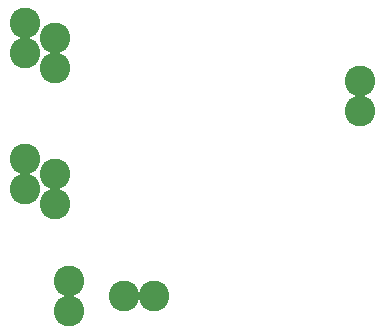
<source format=gbs>
%FSLAX34Y34*%
%MOMM*%
%LNSOLDERMASK_BOTTOM*%
G71*
G01*
%ADD10C, 2.60*%
%LPD*%
X84000Y879000D02*
G54D10*
D03*
X84000Y853600D02*
G54D10*
D03*
X109400Y866300D02*
G54D10*
D03*
X109400Y840900D02*
G54D10*
D03*
X84000Y764000D02*
G54D10*
D03*
X84000Y738600D02*
G54D10*
D03*
X109400Y751300D02*
G54D10*
D03*
X109400Y725900D02*
G54D10*
D03*
X367700Y829700D02*
G54D10*
D03*
X367700Y804300D02*
G54D10*
D03*
X121610Y635390D02*
G54D10*
D03*
X121614Y660786D02*
G54D10*
D03*
X168004Y648004D02*
G54D10*
D03*
X193400Y648000D02*
G54D10*
D03*
M02*

</source>
